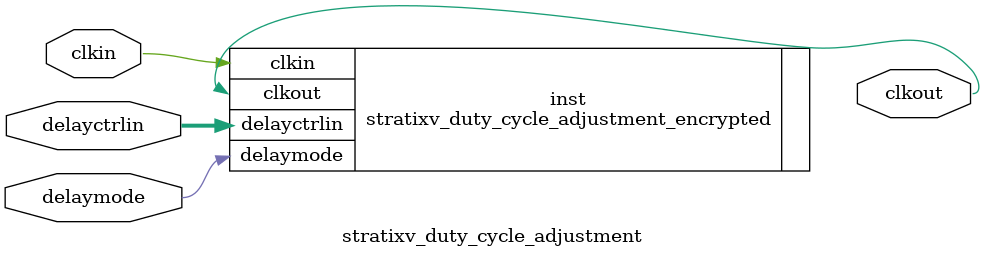
<source format=v>
module    stratixv_duty_cycle_adjustment    (
    clkin,
    delaymode,
    delayctrlin,
    clkout);
    parameter    duty_cycle_delay_mode    =    "none";
    parameter    lpm_type    =    "stratixv_duty_cycle_adjustment";
    input    clkin;
    input    delaymode;
    input    [3:0]    delayctrlin;
    output    clkout;
    stratixv_duty_cycle_adjustment_encrypted inst (
        .clkin(clkin),
        .delaymode(delaymode),
        .delayctrlin(delayctrlin),
        .clkout(clkout) );
    defparam inst.duty_cycle_delay_mode = duty_cycle_delay_mode;
    defparam inst.lpm_type = lpm_type;
endmodule
</source>
